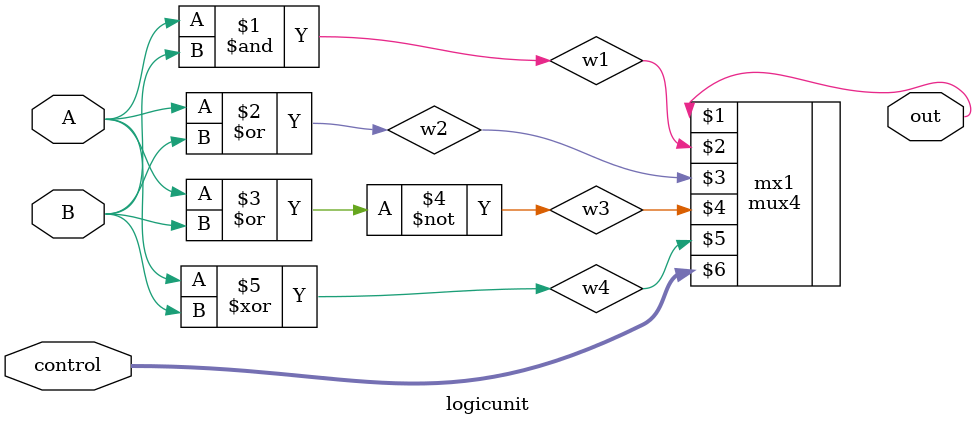
<source format=v>
module logicunit(out, A, B, control);
    output      out;
    input       A, B;
    input [1:0] control;

    //start here
    wire w1,w2,w3,w4;
    and a1 (w1, A,B);
    or o1 (w2, A,B);
    nor n1 (w3, A,B);
    xor x1 (w4, A,B);

    mux4 mx1(out, w1,w2,w3,w4,control[1:0]);


endmodule // logicunit

</source>
